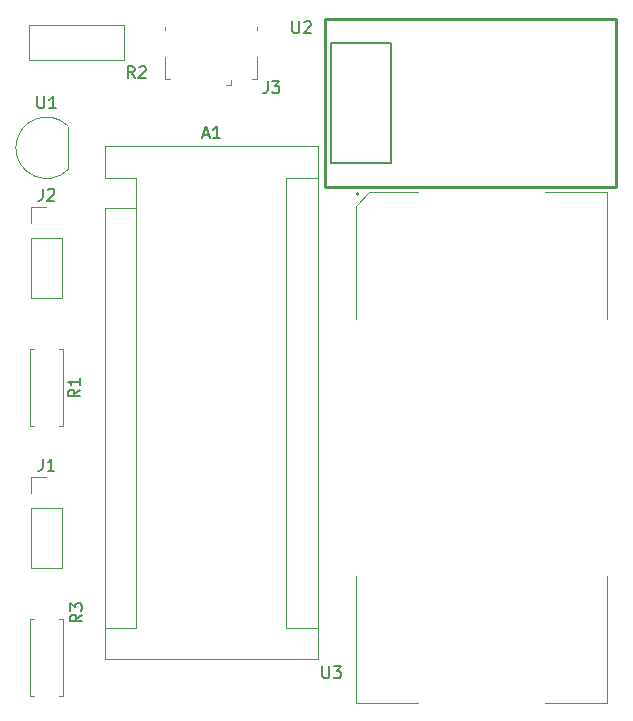
<source format=gbr>
G04 #@! TF.GenerationSoftware,KiCad,Pcbnew,(5.1.5)-3*
G04 #@! TF.CreationDate,2020-05-11T13:25:36+02:00*
G04 #@! TF.ProjectId,Weather_Station_board,57656174-6865-4725-9f53-746174696f6e,rev?*
G04 #@! TF.SameCoordinates,Original*
G04 #@! TF.FileFunction,Legend,Top*
G04 #@! TF.FilePolarity,Positive*
%FSLAX46Y46*%
G04 Gerber Fmt 4.6, Leading zero omitted, Abs format (unit mm)*
G04 Created by KiCad (PCBNEW (5.1.5)-3) date 2020-05-11 13:25:36*
%MOMM*%
%LPD*%
G04 APERTURE LIST*
%ADD10C,0.120000*%
%ADD11C,0.254000*%
%ADD12C,0.152400*%
%ADD13C,0.200000*%
%ADD14C,0.150000*%
G04 APERTURE END LIST*
D10*
X102870000Y-59690000D02*
X102870000Y-57150000D01*
X102870000Y-57150000D02*
X100200000Y-57150000D01*
X100200000Y-59690000D02*
X100200000Y-97920000D01*
X100200000Y-54480000D02*
X100200000Y-57150000D01*
X115570000Y-57150000D02*
X118240000Y-57150000D01*
X115570000Y-57150000D02*
X115570000Y-95250000D01*
X115570000Y-95250000D02*
X118240000Y-95250000D01*
X102870000Y-59690000D02*
X100200000Y-59690000D01*
X102870000Y-59690000D02*
X102870000Y-95250000D01*
X102870000Y-95250000D02*
X100200000Y-95250000D01*
X100200000Y-97920000D02*
X118240000Y-97920000D01*
X118240000Y-97920000D02*
X118240000Y-54480000D01*
X118240000Y-54480000D02*
X100200000Y-54480000D01*
X93920000Y-90230000D02*
X96580000Y-90230000D01*
X93920000Y-85090000D02*
X93920000Y-90230000D01*
X96580000Y-85090000D02*
X96580000Y-90230000D01*
X93920000Y-85090000D02*
X96580000Y-85090000D01*
X93920000Y-83820000D02*
X93920000Y-82490000D01*
X93920000Y-82490000D02*
X95250000Y-82490000D01*
X93920000Y-59630000D02*
X95250000Y-59630000D01*
X93920000Y-60960000D02*
X93920000Y-59630000D01*
X93920000Y-62230000D02*
X96580000Y-62230000D01*
X96580000Y-62230000D02*
X96580000Y-67370000D01*
X93920000Y-62230000D02*
X93920000Y-67370000D01*
X93920000Y-67370000D02*
X96580000Y-67370000D01*
X113080000Y-48752500D02*
X112630000Y-48752500D01*
X113080000Y-46902500D02*
X113080000Y-48752500D01*
X105280000Y-44352500D02*
X105280000Y-44602500D01*
X113080000Y-44352500D02*
X113080000Y-44602500D01*
X105280000Y-46902500D02*
X105280000Y-48752500D01*
X105280000Y-48752500D02*
X105730000Y-48752500D01*
X110880000Y-49302500D02*
X110430000Y-49302500D01*
X110880000Y-49302500D02*
X110880000Y-48852500D01*
X96290000Y-71660000D02*
X96620000Y-71660000D01*
X96620000Y-71660000D02*
X96620000Y-78200000D01*
X96620000Y-78200000D02*
X96290000Y-78200000D01*
X94210000Y-71660000D02*
X93880000Y-71660000D01*
X93880000Y-71660000D02*
X93880000Y-78200000D01*
X93880000Y-78200000D02*
X94210000Y-78200000D01*
X93750000Y-44220000D02*
X93750000Y-47220000D01*
X101850000Y-47220000D02*
X101850000Y-44220000D01*
X93750000Y-44220000D02*
X101850000Y-44220000D01*
X101850000Y-47220000D02*
X93750000Y-47220000D01*
X96620000Y-94520000D02*
X96290000Y-94520000D01*
X96620000Y-101060000D02*
X96620000Y-94520000D01*
X96290000Y-101060000D02*
X96620000Y-101060000D01*
X93880000Y-94520000D02*
X94210000Y-94520000D01*
X93880000Y-101060000D02*
X93880000Y-94520000D01*
X94210000Y-101060000D02*
X93880000Y-101060000D01*
X97100000Y-56410000D02*
X97100000Y-52810000D01*
X97088478Y-56448478D02*
G75*
G02X92650000Y-54610000I-1838478J1838478D01*
G01*
X97088478Y-52771522D02*
G75*
G03X92650000Y-54610000I-1838478J-1838478D01*
G01*
D11*
X118872000Y-43688000D02*
X143510000Y-43688000D01*
X143510000Y-43688000D02*
X143510000Y-57912000D01*
X143510000Y-57912000D02*
X118872000Y-57912000D01*
X118872000Y-57912000D02*
X118872000Y-43688000D01*
D12*
X121920000Y-45720000D02*
X119380000Y-45720000D01*
X119380000Y-45720000D02*
X119380000Y-48260000D01*
X119380000Y-48260000D02*
X119380000Y-55880000D01*
X119380000Y-55880000D02*
X124460000Y-55880000D01*
X124460000Y-55880000D02*
X124460000Y-45720000D01*
X124460000Y-45720000D02*
X121920000Y-45720000D01*
D10*
X137450000Y-58390000D02*
X142700000Y-58390000D01*
X142700000Y-58390000D02*
X142700000Y-69140000D01*
X137450000Y-58390000D02*
X142700000Y-58390000D01*
X142700000Y-58390000D02*
X142700000Y-69140000D01*
X137450000Y-101630000D02*
X142700000Y-101630000D01*
X142700000Y-101630000D02*
X142700000Y-90880000D01*
X137450000Y-58390000D02*
X142700000Y-58390000D01*
X142700000Y-58390000D02*
X142700000Y-69140000D01*
X126710000Y-101630000D02*
X121460000Y-101630000D01*
X121460000Y-101630000D02*
X121460000Y-90880000D01*
X126710000Y-58390000D02*
X122580000Y-58390000D01*
X122580000Y-58390000D02*
X121460000Y-59510000D01*
X121460000Y-59510000D02*
X121460000Y-69140000D01*
D13*
X121680000Y-58510000D02*
G75*
G03X121680000Y-58510000I-100000J0D01*
G01*
D14*
X108505714Y-53506666D02*
X108981904Y-53506666D01*
X108410476Y-53792380D02*
X108743809Y-52792380D01*
X109077142Y-53792380D01*
X109934285Y-53792380D02*
X109362857Y-53792380D01*
X109648571Y-53792380D02*
X109648571Y-52792380D01*
X109553333Y-52935238D01*
X109458095Y-53030476D01*
X109362857Y-53078095D01*
X94916666Y-80942380D02*
X94916666Y-81656666D01*
X94869047Y-81799523D01*
X94773809Y-81894761D01*
X94630952Y-81942380D01*
X94535714Y-81942380D01*
X95916666Y-81942380D02*
X95345238Y-81942380D01*
X95630952Y-81942380D02*
X95630952Y-80942380D01*
X95535714Y-81085238D01*
X95440476Y-81180476D01*
X95345238Y-81228095D01*
X94916666Y-58082380D02*
X94916666Y-58796666D01*
X94869047Y-58939523D01*
X94773809Y-59034761D01*
X94630952Y-59082380D01*
X94535714Y-59082380D01*
X95345238Y-58177619D02*
X95392857Y-58130000D01*
X95488095Y-58082380D01*
X95726190Y-58082380D01*
X95821428Y-58130000D01*
X95869047Y-58177619D01*
X95916666Y-58272857D01*
X95916666Y-58368095D01*
X95869047Y-58510952D01*
X95297619Y-59082380D01*
X95916666Y-59082380D01*
X113966666Y-48982380D02*
X113966666Y-49696666D01*
X113919047Y-49839523D01*
X113823809Y-49934761D01*
X113680952Y-49982380D01*
X113585714Y-49982380D01*
X114347619Y-48982380D02*
X114966666Y-48982380D01*
X114633333Y-49363333D01*
X114776190Y-49363333D01*
X114871428Y-49410952D01*
X114919047Y-49458571D01*
X114966666Y-49553809D01*
X114966666Y-49791904D01*
X114919047Y-49887142D01*
X114871428Y-49934761D01*
X114776190Y-49982380D01*
X114490476Y-49982380D01*
X114395238Y-49934761D01*
X114347619Y-49887142D01*
X98072380Y-75096666D02*
X97596190Y-75430000D01*
X98072380Y-75668095D02*
X97072380Y-75668095D01*
X97072380Y-75287142D01*
X97120000Y-75191904D01*
X97167619Y-75144285D01*
X97262857Y-75096666D01*
X97405714Y-75096666D01*
X97500952Y-75144285D01*
X97548571Y-75191904D01*
X97596190Y-75287142D01*
X97596190Y-75668095D01*
X98072380Y-74144285D02*
X98072380Y-74715714D01*
X98072380Y-74430000D02*
X97072380Y-74430000D01*
X97215238Y-74525238D01*
X97310476Y-74620476D01*
X97358095Y-74715714D01*
X102703333Y-48712380D02*
X102370000Y-48236190D01*
X102131904Y-48712380D02*
X102131904Y-47712380D01*
X102512857Y-47712380D01*
X102608095Y-47760000D01*
X102655714Y-47807619D01*
X102703333Y-47902857D01*
X102703333Y-48045714D01*
X102655714Y-48140952D01*
X102608095Y-48188571D01*
X102512857Y-48236190D01*
X102131904Y-48236190D01*
X103084285Y-47807619D02*
X103131904Y-47760000D01*
X103227142Y-47712380D01*
X103465238Y-47712380D01*
X103560476Y-47760000D01*
X103608095Y-47807619D01*
X103655714Y-47902857D01*
X103655714Y-47998095D01*
X103608095Y-48140952D01*
X103036666Y-48712380D01*
X103655714Y-48712380D01*
X98242380Y-94146666D02*
X97766190Y-94480000D01*
X98242380Y-94718095D02*
X97242380Y-94718095D01*
X97242380Y-94337142D01*
X97290000Y-94241904D01*
X97337619Y-94194285D01*
X97432857Y-94146666D01*
X97575714Y-94146666D01*
X97670952Y-94194285D01*
X97718571Y-94241904D01*
X97766190Y-94337142D01*
X97766190Y-94718095D01*
X97242380Y-93813333D02*
X97242380Y-93194285D01*
X97623333Y-93527619D01*
X97623333Y-93384761D01*
X97670952Y-93289523D01*
X97718571Y-93241904D01*
X97813809Y-93194285D01*
X98051904Y-93194285D01*
X98147142Y-93241904D01*
X98194761Y-93289523D01*
X98242380Y-93384761D01*
X98242380Y-93670476D01*
X98194761Y-93765714D01*
X98147142Y-93813333D01*
X94488095Y-50252380D02*
X94488095Y-51061904D01*
X94535714Y-51157142D01*
X94583333Y-51204761D01*
X94678571Y-51252380D01*
X94869047Y-51252380D01*
X94964285Y-51204761D01*
X95011904Y-51157142D01*
X95059523Y-51061904D01*
X95059523Y-50252380D01*
X96059523Y-51252380D02*
X95488095Y-51252380D01*
X95773809Y-51252380D02*
X95773809Y-50252380D01*
X95678571Y-50395238D01*
X95583333Y-50490476D01*
X95488095Y-50538095D01*
X116078095Y-43902380D02*
X116078095Y-44711904D01*
X116125714Y-44807142D01*
X116173333Y-44854761D01*
X116268571Y-44902380D01*
X116459047Y-44902380D01*
X116554285Y-44854761D01*
X116601904Y-44807142D01*
X116649523Y-44711904D01*
X116649523Y-43902380D01*
X117078095Y-43997619D02*
X117125714Y-43950000D01*
X117220952Y-43902380D01*
X117459047Y-43902380D01*
X117554285Y-43950000D01*
X117601904Y-43997619D01*
X117649523Y-44092857D01*
X117649523Y-44188095D01*
X117601904Y-44330952D01*
X117030476Y-44902380D01*
X117649523Y-44902380D01*
X118618095Y-98512380D02*
X118618095Y-99321904D01*
X118665714Y-99417142D01*
X118713333Y-99464761D01*
X118808571Y-99512380D01*
X118999047Y-99512380D01*
X119094285Y-99464761D01*
X119141904Y-99417142D01*
X119189523Y-99321904D01*
X119189523Y-98512380D01*
X119570476Y-98512380D02*
X120189523Y-98512380D01*
X119856190Y-98893333D01*
X119999047Y-98893333D01*
X120094285Y-98940952D01*
X120141904Y-98988571D01*
X120189523Y-99083809D01*
X120189523Y-99321904D01*
X120141904Y-99417142D01*
X120094285Y-99464761D01*
X119999047Y-99512380D01*
X119713333Y-99512380D01*
X119618095Y-99464761D01*
X119570476Y-99417142D01*
M02*

</source>
